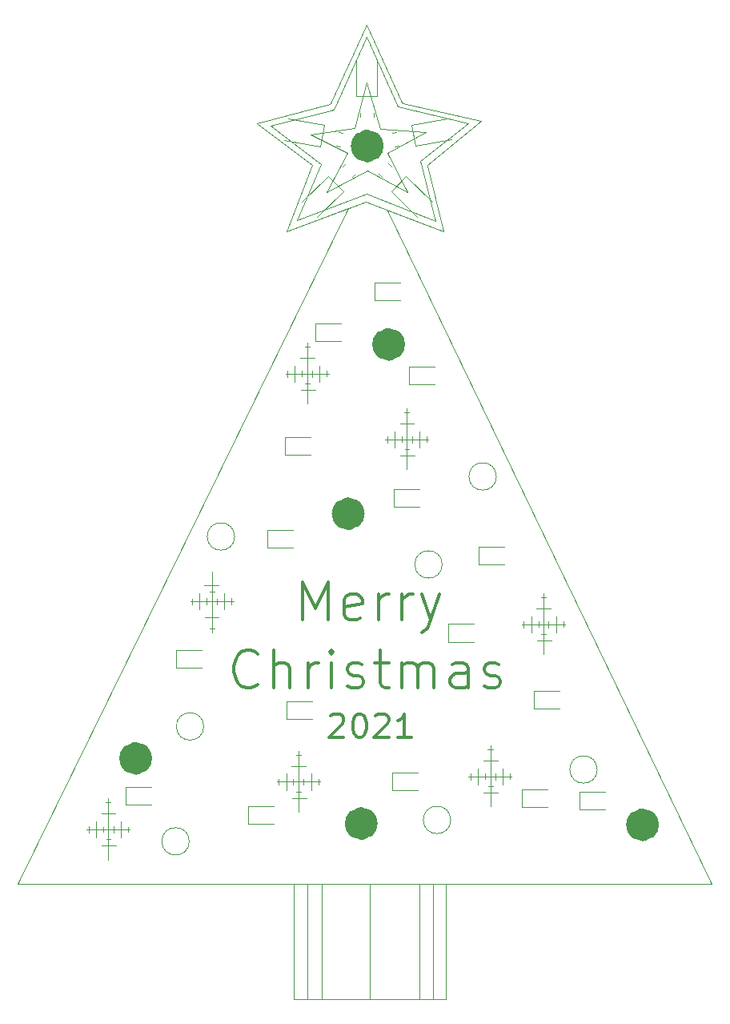
<source format=gbr>
%TF.GenerationSoftware,KiCad,Pcbnew,(5.1.10-1-10_14)*%
%TF.CreationDate,2021-11-29T00:45:18-05:00*%
%TF.ProjectId,christmas-ornament-pcb,63687269-7374-46d6-9173-2d6f726e616d,rev?*%
%TF.SameCoordinates,Original*%
%TF.FileFunction,Legend,Top*%
%TF.FilePolarity,Positive*%
%FSLAX46Y46*%
G04 Gerber Fmt 4.6, Leading zero omitted, Abs format (unit mm)*
G04 Created by KiCad (PCBNEW (5.1.10-1-10_14)) date 2021-11-29 00:45:18*
%MOMM*%
%LPD*%
G01*
G04 APERTURE LIST*
%ADD10C,2.000000*%
%ADD11C,0.120000*%
%ADD12C,0.300000*%
G04 APERTURE END LIST*
D10*
X150566223Y-47353777D02*
G75*
G03*
X150566223Y-47353777I-726223J0D01*
G01*
X179686223Y-119130000D02*
G75*
G03*
X179686223Y-119130000I-726223J0D01*
G01*
X152836223Y-68330000D02*
G75*
G03*
X152836223Y-68330000I-726223J0D01*
G01*
X126076223Y-112110000D02*
G75*
G03*
X126076223Y-112110000I-726223J0D01*
G01*
X149936223Y-119000000D02*
G75*
G03*
X149936223Y-119000000I-726223J0D01*
G01*
X148556223Y-86240000D02*
G75*
G03*
X148556223Y-86240000I-726223J0D01*
G01*
D11*
X151960000Y-48060000D02*
X156020000Y-45920000D01*
X154070000Y-52230000D02*
X151960000Y-48060000D01*
X149830000Y-49970000D02*
X154070000Y-52230000D01*
X145540000Y-52260000D02*
X149830000Y-49970000D01*
X147780000Y-48080000D02*
X145540000Y-52260000D01*
X143830000Y-46120000D02*
X147780000Y-48080000D01*
X148540000Y-45480000D02*
X143830000Y-46120000D01*
X149780000Y-40630000D02*
X148540000Y-45480000D01*
X151190000Y-45530000D02*
X149780000Y-40630000D01*
X156030000Y-45910000D02*
X151190000Y-45530000D01*
X146310000Y-43470000D02*
X149740000Y-35770000D01*
X139590000Y-45210000D02*
X146310000Y-43470000D01*
X144960000Y-49280000D02*
X139590000Y-45210000D01*
X142410000Y-55230000D02*
X144960000Y-49280000D01*
X149770000Y-52400000D02*
X142410000Y-55230000D01*
X157020000Y-55250000D02*
X149770000Y-52400000D01*
X155440000Y-48890000D02*
X157020000Y-55250000D01*
X160530000Y-44930000D02*
X155440000Y-48890000D01*
X153090000Y-43160000D02*
X160530000Y-44930000D01*
X149740000Y-35770000D02*
X153090000Y-43160000D01*
X169040000Y-98250000D02*
X169040000Y-97590000D01*
X170570000Y-98200000D02*
X170570000Y-97630000D01*
X169270000Y-96260000D02*
X167770000Y-96260000D01*
X169810000Y-98800000D02*
X169810000Y-97080000D01*
X168760000Y-95070000D02*
X168210000Y-95070000D01*
X169310000Y-99630000D02*
X167800000Y-99630000D01*
X170750000Y-97910000D02*
X166200000Y-97910000D01*
X168490000Y-97910000D02*
X170750000Y-97910000D01*
X168750000Y-98950000D02*
X168270000Y-98950000D01*
X166410000Y-98250000D02*
X166410000Y-97590000D01*
X168500000Y-101100000D02*
X168500000Y-94640000D01*
X167940000Y-98200000D02*
X167940000Y-97630000D01*
X167180000Y-98800000D02*
X167180000Y-97080000D01*
X141420000Y-71770000D02*
X141420000Y-71110000D01*
X143500000Y-71430000D02*
X145760000Y-71430000D01*
X144280000Y-69780000D02*
X142780000Y-69780000D01*
X144320000Y-73150000D02*
X142810000Y-73150000D01*
X145580000Y-71720000D02*
X145580000Y-71150000D01*
X143760000Y-72470000D02*
X143280000Y-72470000D01*
X144050000Y-71770000D02*
X144050000Y-71110000D01*
X142190000Y-72320000D02*
X142190000Y-70600000D01*
X143510000Y-74620000D02*
X143510000Y-68160000D01*
X142950000Y-71720000D02*
X142950000Y-71150000D01*
X145760000Y-71430000D02*
X141210000Y-71430000D01*
X143770000Y-68590000D02*
X143220000Y-68590000D01*
X144820000Y-72320000D02*
X144820000Y-70600000D01*
X120360000Y-119950000D02*
X120360000Y-119290000D01*
X122440000Y-119610000D02*
X124700000Y-119610000D01*
X123220000Y-117960000D02*
X121720000Y-117960000D01*
X121130000Y-120500000D02*
X121130000Y-118780000D01*
X122450000Y-122800000D02*
X122450000Y-116340000D01*
X121890000Y-119900000D02*
X121890000Y-119330000D01*
X124700000Y-119610000D02*
X120150000Y-119610000D01*
X122710000Y-116770000D02*
X122160000Y-116770000D01*
X123260000Y-121330000D02*
X121750000Y-121330000D01*
X124520000Y-119900000D02*
X124520000Y-119330000D01*
X122700000Y-120650000D02*
X122220000Y-120650000D01*
X122990000Y-119950000D02*
X122990000Y-119290000D01*
X123760000Y-120500000D02*
X123760000Y-118780000D01*
X144660000Y-114860000D02*
X144660000Y-114290000D01*
X142580000Y-114570000D02*
X144840000Y-114570000D01*
X144840000Y-114570000D02*
X140290000Y-114570000D01*
X142850000Y-111730000D02*
X142300000Y-111730000D01*
X141270000Y-115460000D02*
X141270000Y-113740000D01*
X143130000Y-114910000D02*
X143130000Y-114250000D01*
X143400000Y-116290000D02*
X141890000Y-116290000D01*
X143900000Y-115460000D02*
X143900000Y-113740000D01*
X140500000Y-114910000D02*
X140500000Y-114250000D01*
X142030000Y-114860000D02*
X142030000Y-114290000D01*
X143360000Y-112920000D02*
X141860000Y-112920000D01*
X142840000Y-115610000D02*
X142360000Y-115610000D01*
X142590000Y-117760000D02*
X142590000Y-111300000D01*
X153480000Y-78650000D02*
X153480000Y-78080000D01*
X154580000Y-78700000D02*
X154580000Y-78040000D01*
X155350000Y-79250000D02*
X155350000Y-77530000D01*
X156290000Y-78360000D02*
X151740000Y-78360000D01*
X156110000Y-78650000D02*
X156110000Y-78080000D01*
X154040000Y-81550000D02*
X154040000Y-75090000D01*
X154810000Y-76710000D02*
X153310000Y-76710000D01*
X154030000Y-78360000D02*
X156290000Y-78360000D01*
X152720000Y-79250000D02*
X152720000Y-77530000D01*
X151950000Y-78700000D02*
X151950000Y-78040000D01*
X154300000Y-75520000D02*
X153750000Y-75520000D01*
X154290000Y-79400000D02*
X153810000Y-79400000D01*
X154850000Y-80080000D02*
X153340000Y-80080000D01*
X160780000Y-114360000D02*
X160780000Y-113700000D01*
X163130000Y-111180000D02*
X162580000Y-111180000D01*
X162870000Y-117210000D02*
X162870000Y-110750000D01*
X163640000Y-112370000D02*
X162140000Y-112370000D01*
X162310000Y-114310000D02*
X162310000Y-113740000D01*
X161550000Y-114910000D02*
X161550000Y-113190000D01*
X164940000Y-114310000D02*
X164940000Y-113740000D01*
X165120000Y-114020000D02*
X160570000Y-114020000D01*
X162860000Y-114020000D02*
X165120000Y-114020000D01*
X163410000Y-114360000D02*
X163410000Y-113700000D01*
X163680000Y-115740000D02*
X162170000Y-115740000D01*
X164180000Y-114910000D02*
X164180000Y-113190000D01*
X163120000Y-115060000D02*
X162640000Y-115060000D01*
X133980000Y-95240000D02*
X133980000Y-95810000D01*
X135510000Y-95190000D02*
X135510000Y-95850000D01*
X134740000Y-94640000D02*
X134740000Y-96360000D01*
X131350000Y-95240000D02*
X131350000Y-95810000D01*
X132110000Y-94640000D02*
X132110000Y-96360000D01*
X132880000Y-95190000D02*
X132880000Y-95850000D01*
X132650000Y-97180000D02*
X134150000Y-97180000D01*
X133160000Y-98370000D02*
X133710000Y-98370000D01*
X131170000Y-95530000D02*
X135720000Y-95530000D01*
X133430000Y-95530000D02*
X131170000Y-95530000D01*
X133170000Y-94490000D02*
X133650000Y-94490000D01*
X132610000Y-93810000D02*
X134120000Y-93810000D01*
X133420000Y-92340000D02*
X133420000Y-98800000D01*
X143550000Y-125400000D02*
X143550000Y-137560000D01*
X156810000Y-125400000D02*
X156810000Y-137560000D01*
X155350000Y-125400000D02*
X155350000Y-137560000D01*
X150110000Y-125400000D02*
X150110000Y-137560000D01*
X145030000Y-125400000D02*
X145030000Y-137560000D01*
X142080000Y-125400000D02*
X158160000Y-125390000D01*
X149730000Y-53230000D02*
X157900000Y-56390000D01*
X141320000Y-56340000D02*
X149730000Y-53230000D01*
X147840000Y-53940000D02*
X112900000Y-125400000D01*
X141320000Y-56340000D02*
X147840000Y-53940000D01*
X144000000Y-49340000D02*
X141320000Y-56340000D01*
X138290000Y-45060000D02*
X144000000Y-49340000D01*
X138180000Y-44970000D02*
X138290000Y-45060000D01*
X138180000Y-44960000D02*
X138180000Y-44970000D01*
X145890000Y-42880000D02*
X138180000Y-44960000D01*
X145960000Y-42840000D02*
X145890000Y-42880000D01*
X145980000Y-42820000D02*
X145960000Y-42840000D01*
X149750000Y-34550000D02*
X145980000Y-42820000D01*
X153540000Y-42750000D02*
X149750000Y-34550000D01*
X153570000Y-42780000D02*
X153540000Y-42750000D01*
X153590000Y-42790000D02*
X153570000Y-42780000D01*
X161880000Y-44710000D02*
X153590000Y-42790000D01*
X156190000Y-49360000D02*
X161880000Y-44710000D01*
X156220000Y-49450000D02*
X156190000Y-49360000D01*
X157900000Y-56390000D02*
X156220000Y-49450000D01*
X152330000Y-54250000D02*
X157900000Y-56390000D01*
X152150000Y-54190000D02*
X152330000Y-54250000D01*
X152090000Y-54180000D02*
X152150000Y-54190000D01*
X151970000Y-54190000D02*
X152090000Y-54180000D01*
X186300000Y-125390000D02*
X151970000Y-54190000D01*
D12*
X145934285Y-107639047D02*
X146053333Y-107520000D01*
X146291428Y-107400952D01*
X146886666Y-107400952D01*
X147124761Y-107520000D01*
X147243809Y-107639047D01*
X147362857Y-107877142D01*
X147362857Y-108115238D01*
X147243809Y-108472380D01*
X145815238Y-109900952D01*
X147362857Y-109900952D01*
X148910476Y-107400952D02*
X149148571Y-107400952D01*
X149386666Y-107520000D01*
X149505714Y-107639047D01*
X149624761Y-107877142D01*
X149743809Y-108353333D01*
X149743809Y-108948571D01*
X149624761Y-109424761D01*
X149505714Y-109662857D01*
X149386666Y-109781904D01*
X149148571Y-109900952D01*
X148910476Y-109900952D01*
X148672380Y-109781904D01*
X148553333Y-109662857D01*
X148434285Y-109424761D01*
X148315238Y-108948571D01*
X148315238Y-108353333D01*
X148434285Y-107877142D01*
X148553333Y-107639047D01*
X148672380Y-107520000D01*
X148910476Y-107400952D01*
X150696190Y-107639047D02*
X150815238Y-107520000D01*
X151053333Y-107400952D01*
X151648571Y-107400952D01*
X151886666Y-107520000D01*
X152005714Y-107639047D01*
X152124761Y-107877142D01*
X152124761Y-108115238D01*
X152005714Y-108472380D01*
X150577142Y-109900952D01*
X152124761Y-109900952D01*
X154505714Y-109900952D02*
X153077142Y-109900952D01*
X153791428Y-109900952D02*
X153791428Y-107400952D01*
X153553333Y-107758095D01*
X153315238Y-107996190D01*
X153077142Y-108115238D01*
D11*
X158160000Y-125390000D02*
X186300000Y-125390000D01*
X158160000Y-137560000D02*
X158160000Y-125390000D01*
X142080000Y-137560000D02*
X158160000Y-137560000D01*
X142080000Y-125400000D02*
X142080000Y-137560000D01*
X112900000Y-125400000D02*
X142080000Y-125400000D01*
D12*
X138240952Y-104298571D02*
X138050476Y-104489047D01*
X137479047Y-104679523D01*
X137098095Y-104679523D01*
X136526666Y-104489047D01*
X136145714Y-104108095D01*
X135955238Y-103727142D01*
X135764761Y-102965238D01*
X135764761Y-102393809D01*
X135955238Y-101631904D01*
X136145714Y-101250952D01*
X136526666Y-100870000D01*
X137098095Y-100679523D01*
X137479047Y-100679523D01*
X138050476Y-100870000D01*
X138240952Y-101060476D01*
X139955238Y-104679523D02*
X139955238Y-100679523D01*
X141669523Y-104679523D02*
X141669523Y-102584285D01*
X141479047Y-102203333D01*
X141098095Y-102012857D01*
X140526666Y-102012857D01*
X140145714Y-102203333D01*
X139955238Y-102393809D01*
X143574285Y-104679523D02*
X143574285Y-102012857D01*
X143574285Y-102774761D02*
X143764761Y-102393809D01*
X143955238Y-102203333D01*
X144336190Y-102012857D01*
X144717142Y-102012857D01*
X146050476Y-104679523D02*
X146050476Y-102012857D01*
X146050476Y-100679523D02*
X145860000Y-100870000D01*
X146050476Y-101060476D01*
X146240952Y-100870000D01*
X146050476Y-100679523D01*
X146050476Y-101060476D01*
X147764761Y-104489047D02*
X148145714Y-104679523D01*
X148907619Y-104679523D01*
X149288571Y-104489047D01*
X149479047Y-104108095D01*
X149479047Y-103917619D01*
X149288571Y-103536666D01*
X148907619Y-103346190D01*
X148336190Y-103346190D01*
X147955238Y-103155714D01*
X147764761Y-102774761D01*
X147764761Y-102584285D01*
X147955238Y-102203333D01*
X148336190Y-102012857D01*
X148907619Y-102012857D01*
X149288571Y-102203333D01*
X150621904Y-102012857D02*
X152145714Y-102012857D01*
X151193333Y-100679523D02*
X151193333Y-104108095D01*
X151383809Y-104489047D01*
X151764761Y-104679523D01*
X152145714Y-104679523D01*
X153479047Y-104679523D02*
X153479047Y-102012857D01*
X153479047Y-102393809D02*
X153669523Y-102203333D01*
X154050476Y-102012857D01*
X154621904Y-102012857D01*
X155002857Y-102203333D01*
X155193333Y-102584285D01*
X155193333Y-104679523D01*
X155193333Y-102584285D02*
X155383809Y-102203333D01*
X155764761Y-102012857D01*
X156336190Y-102012857D01*
X156717142Y-102203333D01*
X156907619Y-102584285D01*
X156907619Y-104679523D01*
X160526666Y-104679523D02*
X160526666Y-102584285D01*
X160336190Y-102203333D01*
X159955238Y-102012857D01*
X159193333Y-102012857D01*
X158812380Y-102203333D01*
X160526666Y-104489047D02*
X160145714Y-104679523D01*
X159193333Y-104679523D01*
X158812380Y-104489047D01*
X158621904Y-104108095D01*
X158621904Y-103727142D01*
X158812380Y-103346190D01*
X159193333Y-103155714D01*
X160145714Y-103155714D01*
X160526666Y-102965238D01*
X162240952Y-104489047D02*
X162621904Y-104679523D01*
X163383809Y-104679523D01*
X163764761Y-104489047D01*
X163955238Y-104108095D01*
X163955238Y-103917619D01*
X163764761Y-103536666D01*
X163383809Y-103346190D01*
X162812380Y-103346190D01*
X162431428Y-103155714D01*
X162240952Y-102774761D01*
X162240952Y-102584285D01*
X162431428Y-102203333D01*
X162812380Y-102012857D01*
X163383809Y-102012857D01*
X163764761Y-102203333D01*
X143042380Y-97439523D02*
X143042380Y-93439523D01*
X144375714Y-96296666D01*
X145709047Y-93439523D01*
X145709047Y-97439523D01*
X149137619Y-97249047D02*
X148756666Y-97439523D01*
X147994761Y-97439523D01*
X147613809Y-97249047D01*
X147423333Y-96868095D01*
X147423333Y-95344285D01*
X147613809Y-94963333D01*
X147994761Y-94772857D01*
X148756666Y-94772857D01*
X149137619Y-94963333D01*
X149328095Y-95344285D01*
X149328095Y-95725238D01*
X147423333Y-96106190D01*
X151042380Y-97439523D02*
X151042380Y-94772857D01*
X151042380Y-95534761D02*
X151232857Y-95153809D01*
X151423333Y-94963333D01*
X151804285Y-94772857D01*
X152185238Y-94772857D01*
X153518571Y-97439523D02*
X153518571Y-94772857D01*
X153518571Y-95534761D02*
X153709047Y-95153809D01*
X153899523Y-94963333D01*
X154280476Y-94772857D01*
X154661428Y-94772857D01*
X155613809Y-94772857D02*
X156566190Y-97439523D01*
X157518571Y-94772857D02*
X156566190Y-97439523D01*
X156185238Y-98391904D01*
X155994761Y-98582380D01*
X155613809Y-98772857D01*
D11*
%TO.C,R27*%
X153151246Y-47294404D02*
X152704017Y-47373263D01*
X152895983Y-45846737D02*
X152448754Y-45925596D01*
%TO.C,R26*%
X151372835Y-50582282D02*
X151051718Y-50261165D01*
X152412282Y-49542835D02*
X152091165Y-49221718D01*
%TO.C,R25*%
X147241718Y-49542835D02*
X147562835Y-49221718D01*
X148281165Y-50582282D02*
X148602282Y-50261165D01*
%TO.C,R24*%
X146784017Y-45866737D02*
X147231246Y-45945596D01*
X146528754Y-47314404D02*
X146975983Y-47393263D01*
%TO.C,D21*%
X158336602Y-44440406D02*
X154510624Y-45115029D01*
X154510624Y-45115029D02*
X154904805Y-47350543D01*
X154904805Y-47350543D02*
X158730783Y-46675920D01*
%TO.C,D20*%
X156713937Y-53278805D02*
X153966827Y-50531695D01*
X153966827Y-50531695D02*
X152361695Y-52136827D01*
X152361695Y-52136827D02*
X155108805Y-54883937D01*
%TO.C,D19*%
X144545195Y-54883937D02*
X147292305Y-52136827D01*
X147292305Y-52136827D02*
X145687173Y-50531695D01*
X145687173Y-50531695D02*
X142940063Y-53278805D01*
%TO.C,D18*%
X141081217Y-46705920D02*
X144907195Y-47380543D01*
X144907195Y-47380543D02*
X145301376Y-45145029D01*
X145301376Y-45145029D02*
X141475398Y-44470406D01*
%TO.C,D17*%
X148645000Y-38176000D02*
X148645000Y-42061000D01*
X148645000Y-42061000D02*
X150915000Y-42061000D01*
X150915000Y-42061000D02*
X150915000Y-38176000D01*
%TO.C,R23*%
X150565000Y-43852936D02*
X150565000Y-44307064D01*
X149095000Y-43852936D02*
X149095000Y-44307064D01*
%TO.C,REF\u002A\u002A*%
X158676000Y-118618000D02*
G75*
G03*
X158676000Y-118618000I-1450000J0D01*
G01*
X131020000Y-120880000D02*
G75*
G03*
X131020000Y-120880000I-1450000J0D01*
G01*
X132550000Y-108730000D02*
G75*
G03*
X132550000Y-108730000I-1450000J0D01*
G01*
X157770000Y-91600000D02*
G75*
G03*
X157770000Y-91600000I-1450000J0D01*
G01*
X174170000Y-113284000D02*
G75*
G03*
X174170000Y-113284000I-1450000J0D01*
G01*
X163502000Y-82296000D02*
G75*
G03*
X163502000Y-82296000I-1450000J0D01*
G01*
X135816000Y-88646000D02*
G75*
G03*
X135816000Y-88646000I-1450000J0D01*
G01*
%TO.C,D16*%
X144010000Y-106040000D02*
X141325000Y-106040000D01*
X141325000Y-106040000D02*
X141325000Y-107960000D01*
X141325000Y-107960000D02*
X144010000Y-107960000D01*
%TO.C,D15*%
X153321500Y-61778000D02*
X150636500Y-61778000D01*
X150636500Y-61778000D02*
X150636500Y-63698000D01*
X150636500Y-63698000D02*
X153321500Y-63698000D01*
%TO.C,D14*%
X168894000Y-115372000D02*
X166209000Y-115372000D01*
X166209000Y-115372000D02*
X166209000Y-117292000D01*
X166209000Y-117292000D02*
X168894000Y-117292000D01*
%TO.C,D13*%
X155340000Y-83600000D02*
X152655000Y-83600000D01*
X152655000Y-83600000D02*
X152655000Y-85520000D01*
X152655000Y-85520000D02*
X155340000Y-85520000D01*
%TO.C,D12*%
X126984000Y-115118000D02*
X124299000Y-115118000D01*
X124299000Y-115118000D02*
X124299000Y-117038000D01*
X124299000Y-117038000D02*
X126984000Y-117038000D01*
%TO.C,D11*%
X143850000Y-78120000D02*
X141165000Y-78120000D01*
X141165000Y-78120000D02*
X141165000Y-80040000D01*
X141165000Y-80040000D02*
X143850000Y-80040000D01*
%TO.C,D10*%
X174990000Y-115626000D02*
X172305000Y-115626000D01*
X172305000Y-115626000D02*
X172305000Y-117546000D01*
X172305000Y-117546000D02*
X174990000Y-117546000D01*
%TO.C,D9*%
X161140000Y-97880000D02*
X158455000Y-97880000D01*
X158455000Y-97880000D02*
X158455000Y-99800000D01*
X158455000Y-99800000D02*
X161140000Y-99800000D01*
%TO.C,D8*%
X170164000Y-104958000D02*
X167479000Y-104958000D01*
X167479000Y-104958000D02*
X167479000Y-106878000D01*
X167479000Y-106878000D02*
X170164000Y-106878000D01*
%TO.C,D7*%
X141970000Y-87940000D02*
X139285000Y-87940000D01*
X139285000Y-87940000D02*
X139285000Y-89860000D01*
X139285000Y-89860000D02*
X141970000Y-89860000D01*
%TO.C,D6*%
X139938000Y-117150000D02*
X137253000Y-117150000D01*
X137253000Y-117150000D02*
X137253000Y-119070000D01*
X137253000Y-119070000D02*
X139938000Y-119070000D01*
%TO.C,D5*%
X156956000Y-70668000D02*
X154271000Y-70668000D01*
X154271000Y-70668000D02*
X154271000Y-72588000D01*
X154271000Y-72588000D02*
X156956000Y-72588000D01*
%TO.C,D4*%
X155178000Y-113594000D02*
X152493000Y-113594000D01*
X152493000Y-113594000D02*
X152493000Y-115514000D01*
X152493000Y-115514000D02*
X155178000Y-115514000D01*
%TO.C,D3*%
X147050000Y-66096000D02*
X144365000Y-66096000D01*
X144365000Y-66096000D02*
X144365000Y-68016000D01*
X144365000Y-68016000D02*
X147050000Y-68016000D01*
%TO.C,D2*%
X132318000Y-100640000D02*
X129633000Y-100640000D01*
X129633000Y-100640000D02*
X129633000Y-102560000D01*
X129633000Y-102560000D02*
X132318000Y-102560000D01*
%TO.C,D1*%
X164322000Y-89718000D02*
X161637000Y-89718000D01*
X161637000Y-89718000D02*
X161637000Y-91638000D01*
X161637000Y-91638000D02*
X164322000Y-91638000D01*
%TD*%
M02*

</source>
